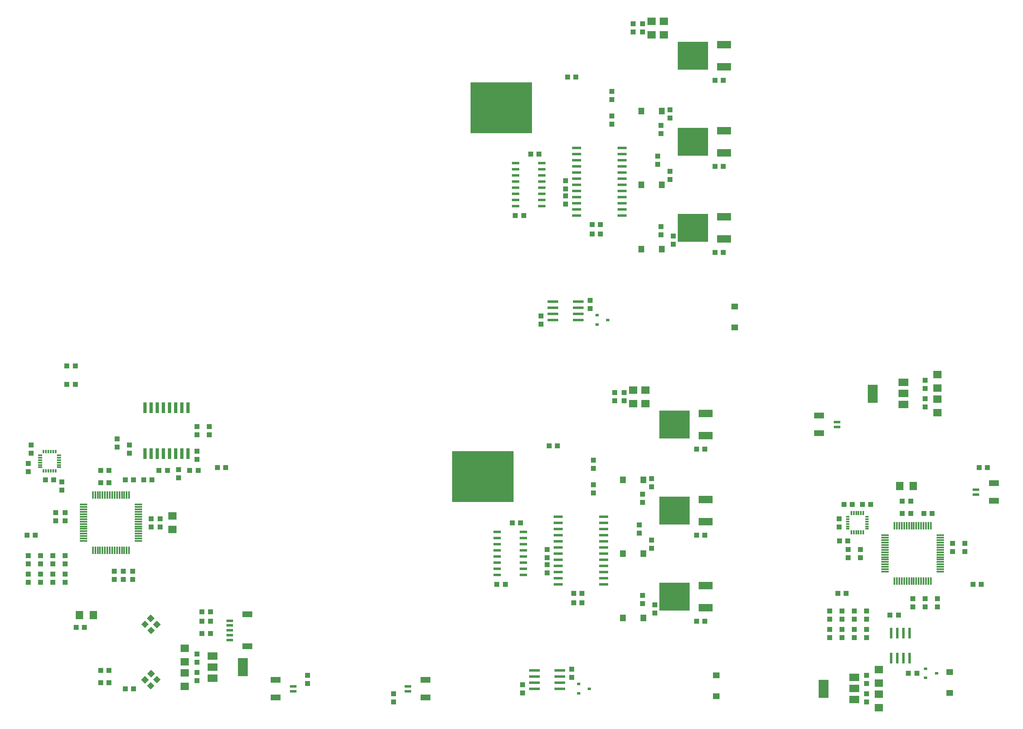
<source format=gtp>
G75*
G70*
%OFA0B0*%
%FSLAX24Y24*%
%IPPOS*%
%LPD*%
%AMOC8*
5,1,8,0,0,1.08239X$1,22.5*
%
%ADD10R,0.0591X0.0118*%
%ADD11R,0.0118X0.0591*%
%ADD12R,0.0433X0.0433*%
%ADD13R,0.0709X0.0630*%
%ADD14R,0.0394X0.0433*%
%ADD15R,0.0780X0.0210*%
%ADD16R,0.0500X0.0579*%
%ADD17R,0.1181X0.0630*%
%ADD18R,0.2470X0.2280*%
%ADD19R,0.0531X0.0236*%
%ADD20R,0.0787X0.0472*%
%ADD21R,0.0433X0.0433*%
%ADD22R,0.0630X0.0709*%
%ADD23R,0.0335X0.0138*%
%ADD24R,0.0138X0.0315*%
%ADD25R,0.0138X0.0335*%
%ADD26R,0.0315X0.0138*%
%ADD27R,0.0256X0.0236*%
%ADD28R,0.0579X0.0500*%
%ADD29R,0.0256X0.0886*%
%ADD30R,0.0610X0.0236*%
%ADD31R,0.0866X0.0236*%
%ADD32R,0.5000X0.4150*%
%ADD33R,0.0790X0.0590*%
%ADD34R,0.0790X0.1500*%
%ADD35R,0.0236X0.0866*%
D10*
X006357Y014578D03*
X006357Y014775D03*
X006357Y014972D03*
X006357Y015169D03*
X006357Y015365D03*
X006357Y015562D03*
X006357Y015759D03*
X006357Y015956D03*
X006357Y016153D03*
X006357Y016350D03*
X006357Y016546D03*
X006357Y016743D03*
X006357Y016940D03*
X006357Y017137D03*
X006357Y017334D03*
X006357Y017531D03*
X010845Y017531D03*
X010845Y017334D03*
X010845Y017137D03*
X010845Y016940D03*
X010845Y016743D03*
X010845Y016546D03*
X010845Y016350D03*
X010845Y016153D03*
X010845Y015956D03*
X010845Y015759D03*
X010845Y015562D03*
X010845Y015365D03*
X010845Y015169D03*
X010845Y014972D03*
X010845Y014775D03*
X010845Y014578D03*
X071607Y014637D03*
X071607Y014834D03*
X071607Y015031D03*
X071607Y014440D03*
X071607Y014243D03*
X071607Y014046D03*
X071607Y013850D03*
X071607Y013653D03*
X071607Y013456D03*
X071607Y013259D03*
X071607Y013062D03*
X071607Y012865D03*
X071607Y012669D03*
X071607Y012472D03*
X071607Y012275D03*
X071607Y012078D03*
X076095Y012078D03*
X076095Y012275D03*
X076095Y012472D03*
X076095Y012669D03*
X076095Y012865D03*
X076095Y013062D03*
X076095Y013259D03*
X076095Y013456D03*
X076095Y013653D03*
X076095Y013850D03*
X076095Y014046D03*
X076095Y014243D03*
X076095Y014440D03*
X076095Y014637D03*
X076095Y014834D03*
X076095Y015031D03*
D11*
X075327Y015798D03*
X075130Y015798D03*
X074933Y015798D03*
X074737Y015798D03*
X074540Y015798D03*
X074343Y015798D03*
X074146Y015798D03*
X073949Y015798D03*
X073752Y015798D03*
X073556Y015798D03*
X073359Y015798D03*
X073162Y015798D03*
X072965Y015798D03*
X072768Y015798D03*
X072571Y015798D03*
X072374Y015798D03*
X072374Y011310D03*
X072571Y011310D03*
X072768Y011310D03*
X072965Y011310D03*
X073162Y011310D03*
X073359Y011310D03*
X073556Y011310D03*
X073752Y011310D03*
X073949Y011310D03*
X074146Y011310D03*
X074343Y011310D03*
X074540Y011310D03*
X074737Y011310D03*
X074933Y011310D03*
X075130Y011310D03*
X075327Y011310D03*
X010077Y013810D03*
X009880Y013810D03*
X009683Y013810D03*
X009487Y013810D03*
X009290Y013810D03*
X009093Y013810D03*
X008896Y013810D03*
X008699Y013810D03*
X008502Y013810D03*
X008306Y013810D03*
X008109Y013810D03*
X007912Y013810D03*
X007715Y013810D03*
X007518Y013810D03*
X007321Y013810D03*
X007124Y013810D03*
X007124Y018298D03*
X007321Y018298D03*
X007518Y018298D03*
X007715Y018298D03*
X007912Y018298D03*
X008109Y018298D03*
X008306Y018298D03*
X008502Y018298D03*
X008699Y018298D03*
X008896Y018298D03*
X009093Y018298D03*
X009290Y018298D03*
X009487Y018298D03*
X009683Y018298D03*
X009880Y018298D03*
X010077Y018298D03*
D12*
X007766Y003054D03*
X008435Y003054D03*
X008435Y004054D03*
X007766Y004054D03*
X009766Y002554D03*
X010435Y002554D03*
X015601Y003220D03*
X015601Y003889D03*
X015601Y004720D03*
X015601Y005389D03*
X016016Y007054D03*
X016685Y007054D03*
X016685Y008054D03*
X016016Y008054D03*
X016016Y008804D03*
X016685Y008804D03*
X010351Y011450D03*
X010351Y012119D03*
X009601Y012119D03*
X009601Y011450D03*
X004851Y011220D03*
X004851Y011889D03*
X004851Y012720D03*
X003851Y012720D03*
X003851Y011889D03*
X003851Y011220D03*
X002851Y011220D03*
X002851Y011889D03*
X002851Y012720D03*
X001851Y012720D03*
X001851Y011889D03*
X001851Y011220D03*
X001851Y013389D03*
X002851Y013389D03*
X003851Y013389D03*
X004851Y013389D03*
X002435Y015054D03*
X001766Y015054D03*
X004101Y016220D03*
X004101Y016889D03*
X004851Y016889D03*
X004851Y016220D03*
X004601Y018720D03*
X004601Y019389D03*
X003935Y019554D03*
X003266Y019554D03*
X001851Y020220D03*
X001851Y020889D03*
X002101Y021720D03*
X002101Y022389D03*
X007766Y020304D03*
X008435Y020304D03*
X009766Y019554D03*
X010435Y019554D03*
X011266Y019554D03*
X011935Y019554D03*
X012516Y020304D03*
X013185Y020304D03*
X014101Y020389D03*
X014101Y019720D03*
X015016Y020304D03*
X015685Y020304D03*
X015601Y021220D03*
X015601Y021889D03*
X015601Y023220D03*
X015601Y023889D03*
X016601Y023889D03*
X016601Y023220D03*
X017266Y020554D03*
X017935Y020554D03*
X012601Y016389D03*
X011851Y016389D03*
X011851Y015720D03*
X012601Y015720D03*
X008435Y019304D03*
X007766Y019304D03*
X010101Y021720D03*
X010101Y022389D03*
X009101Y022220D03*
X009101Y022889D03*
X005685Y027304D03*
X005016Y027304D03*
X005016Y028804D03*
X005685Y028804D03*
X005766Y007554D03*
X006435Y007554D03*
X024601Y003639D03*
X024601Y002970D03*
X031601Y002139D03*
X031601Y001470D03*
X042101Y002220D03*
X042101Y002889D03*
X046101Y003470D03*
X046101Y004139D03*
X052851Y008720D03*
X052851Y009389D03*
X051851Y009470D03*
X051851Y010139D03*
X056266Y008054D03*
X056935Y008054D03*
X052601Y013970D03*
X052601Y014639D03*
X051601Y015220D03*
X051601Y015889D03*
X051851Y017720D03*
X051851Y018389D03*
X052601Y018970D03*
X052601Y019639D03*
X056266Y022054D03*
X056935Y022054D03*
X050351Y025970D03*
X050351Y026639D03*
X049601Y026639D03*
X049601Y025970D03*
X044935Y022304D03*
X044266Y022304D03*
X047851Y021139D03*
X047851Y020470D03*
X047851Y019139D03*
X047851Y018470D03*
X041935Y016054D03*
X041266Y016054D03*
X044101Y013889D03*
X044101Y013220D03*
X044101Y012639D03*
X044101Y011970D03*
X046266Y010304D03*
X046935Y010304D03*
X046935Y009554D03*
X046266Y009554D03*
X040685Y011054D03*
X040016Y011054D03*
X056266Y015054D03*
X056935Y015054D03*
X067101Y008889D03*
X067101Y008220D03*
X067101Y007389D03*
X067101Y006720D03*
X068101Y006720D03*
X068101Y007389D03*
X068101Y008220D03*
X068101Y008889D03*
X069101Y008889D03*
X069101Y008220D03*
X069101Y007389D03*
X069101Y006720D03*
X070101Y006720D03*
X070101Y007389D03*
X070101Y008220D03*
X070101Y008889D03*
X072016Y008554D03*
X072685Y008554D03*
X074851Y009220D03*
X074851Y009889D03*
X075851Y009889D03*
X075851Y009220D03*
X078766Y011054D03*
X079435Y011054D03*
X078101Y013720D03*
X078101Y014389D03*
X077101Y014389D03*
X077101Y013720D03*
X075435Y016804D03*
X074766Y016804D03*
X073685Y016804D03*
X073016Y016804D03*
X073016Y017804D03*
X073685Y017804D03*
X070435Y017554D03*
X069766Y017554D03*
X068935Y017554D03*
X068266Y017554D03*
X067851Y016389D03*
X067851Y015720D03*
X067896Y014574D03*
X068565Y014574D03*
X068601Y013889D03*
X068601Y013220D03*
X069601Y013220D03*
X069601Y013889D03*
X068435Y010304D03*
X067766Y010304D03*
X073516Y003804D03*
X074185Y003804D03*
X070101Y003639D03*
X070101Y002970D03*
X070101Y002139D03*
X070101Y001470D03*
X079266Y020554D03*
X079935Y020554D03*
X058435Y038054D03*
X057766Y038054D03*
X054351Y038720D03*
X054351Y039389D03*
X053351Y039470D03*
X053351Y040139D03*
X054101Y043970D03*
X054101Y044639D03*
X053101Y045220D03*
X053101Y045889D03*
X053351Y047720D03*
X053351Y048389D03*
X054101Y048970D03*
X054101Y049639D03*
X057766Y052054D03*
X058435Y052054D03*
X051851Y055970D03*
X051851Y056639D03*
X051101Y056639D03*
X051101Y055970D03*
X046435Y052304D03*
X045766Y052304D03*
X049351Y051139D03*
X049351Y050470D03*
X049351Y049139D03*
X049351Y048470D03*
X045601Y043889D03*
X045601Y043220D03*
X045601Y042639D03*
X045601Y041970D03*
X047766Y040304D03*
X048435Y040304D03*
X048435Y039554D03*
X047766Y039554D03*
X042185Y041054D03*
X041516Y041054D03*
X042766Y046054D03*
X043435Y046054D03*
X057766Y045054D03*
X058435Y045054D03*
X047601Y034139D03*
X047601Y033470D03*
X043601Y032889D03*
X043601Y032220D03*
D13*
X051101Y026856D03*
X052101Y026856D03*
X052101Y025753D03*
X051101Y025753D03*
X075851Y026106D03*
X075851Y027003D03*
X075851Y028106D03*
X075851Y025003D03*
X071101Y004106D03*
X071101Y003003D03*
X071101Y002106D03*
X071101Y001003D03*
X014601Y002753D03*
X014601Y003856D03*
X014601Y004753D03*
X014601Y005856D03*
X013601Y015503D03*
X013601Y016606D03*
X052601Y055753D03*
X053601Y055753D03*
X053601Y056856D03*
X052601Y056856D03*
D14*
X074851Y027639D03*
X074851Y026970D03*
X074851Y026139D03*
X074851Y025470D03*
X073851Y009889D03*
X073851Y009220D03*
X008851Y011450D03*
X008851Y012119D03*
D15*
X045006Y012054D03*
X045006Y011554D03*
X045006Y011054D03*
X045006Y012554D03*
X045006Y013054D03*
X045006Y013554D03*
X045006Y014054D03*
X045006Y014554D03*
X045006Y015054D03*
X045006Y015554D03*
X045006Y016054D03*
X045006Y016554D03*
X048696Y016554D03*
X048696Y016054D03*
X048696Y015554D03*
X048696Y015054D03*
X048696Y014554D03*
X048696Y014054D03*
X048696Y013554D03*
X048696Y013054D03*
X048696Y012554D03*
X048696Y012054D03*
X048696Y011554D03*
X048696Y011054D03*
X050196Y041054D03*
X050196Y041554D03*
X050196Y042054D03*
X050196Y042554D03*
X050196Y043054D03*
X050196Y043554D03*
X050196Y044054D03*
X050196Y044554D03*
X050196Y045054D03*
X050196Y045554D03*
X050196Y046054D03*
X050196Y046554D03*
X046506Y046554D03*
X046506Y046054D03*
X046506Y045554D03*
X046506Y045054D03*
X046506Y044554D03*
X046506Y044054D03*
X046506Y043554D03*
X046506Y043054D03*
X046506Y042554D03*
X046506Y042054D03*
X046506Y041554D03*
X046506Y041054D03*
D16*
X051754Y043554D03*
X053447Y043554D03*
X053447Y038304D03*
X051754Y038304D03*
X051754Y049554D03*
X053447Y049554D03*
X051947Y019554D03*
X050254Y019554D03*
X050254Y013554D03*
X051947Y013554D03*
X051947Y008304D03*
X050254Y008304D03*
D17*
X057011Y009154D03*
X057011Y010954D03*
X057011Y016154D03*
X057011Y017954D03*
X057011Y023154D03*
X057011Y024954D03*
X058511Y039154D03*
X058511Y040954D03*
X058511Y046154D03*
X058511Y047954D03*
X058511Y053154D03*
X058511Y054954D03*
D18*
X055976Y054054D03*
X055976Y047054D03*
X055976Y040054D03*
X054476Y024054D03*
X054476Y017054D03*
X054476Y010054D03*
D19*
X067691Y023857D03*
X067691Y024251D03*
X079010Y018751D03*
X079010Y018357D03*
X032760Y002751D03*
X032760Y002357D03*
X023441Y002357D03*
X023441Y002751D03*
X018260Y006517D03*
X018260Y006911D03*
X018260Y007304D03*
X018260Y007698D03*
X018260Y008092D03*
D20*
X019707Y008604D03*
X019707Y006005D03*
X021994Y003263D03*
X021994Y001846D03*
X034207Y001846D03*
X034207Y003263D03*
X066244Y023346D03*
X066244Y024763D03*
X080457Y019263D03*
X080457Y017846D03*
D21*
G36*
X012642Y007791D02*
X012337Y007486D01*
X012032Y007791D01*
X012337Y008096D01*
X012642Y007791D01*
G37*
G36*
X012169Y007318D02*
X011864Y007013D01*
X011559Y007318D01*
X011864Y007623D01*
X012169Y007318D01*
G37*
G36*
X011669Y007818D02*
X011364Y007513D01*
X011059Y007818D01*
X011364Y008123D01*
X011669Y007818D01*
G37*
G36*
X012142Y008291D02*
X011837Y007986D01*
X011532Y008291D01*
X011837Y008596D01*
X012142Y008291D01*
G37*
G36*
X011864Y003486D02*
X011559Y003791D01*
X011864Y004096D01*
X012169Y003791D01*
X011864Y003486D01*
G37*
G36*
X012337Y003013D02*
X012032Y003318D01*
X012337Y003623D01*
X012642Y003318D01*
X012337Y003013D01*
G37*
G36*
X011837Y002513D02*
X011532Y002818D01*
X011837Y003123D01*
X012142Y002818D01*
X011837Y002513D01*
G37*
G36*
X011364Y002986D02*
X011059Y003291D01*
X011364Y003596D01*
X011669Y003291D01*
X011364Y002986D01*
G37*
D22*
X007152Y008554D03*
X006050Y008554D03*
X072800Y019054D03*
X073902Y019054D03*
D23*
X004378Y020562D03*
X004378Y020759D03*
X004378Y020956D03*
X004378Y021153D03*
X004378Y021350D03*
X004378Y021546D03*
X002823Y021546D03*
X002823Y021350D03*
X002823Y021153D03*
X002823Y020956D03*
X002823Y020759D03*
X002823Y020562D03*
D24*
X003109Y020267D03*
X003306Y020267D03*
X003502Y020267D03*
X003699Y020267D03*
X003896Y020267D03*
X004093Y020267D03*
X004093Y021842D03*
X003896Y021842D03*
X003699Y021842D03*
X003502Y021842D03*
X003306Y021842D03*
X003109Y021842D03*
D25*
X068859Y016832D03*
X069056Y016832D03*
X069252Y016832D03*
X069449Y016832D03*
X069646Y016832D03*
X069843Y016832D03*
X069843Y015277D03*
X069646Y015277D03*
X069449Y015277D03*
X069252Y015277D03*
X069056Y015277D03*
X068859Y015277D03*
D26*
X068563Y015562D03*
X068563Y015759D03*
X068563Y015956D03*
X068563Y016153D03*
X068563Y016350D03*
X068563Y016546D03*
X070138Y016546D03*
X070138Y016350D03*
X070138Y016153D03*
X070138Y015956D03*
X070138Y015759D03*
X070138Y015562D03*
D27*
X074908Y004178D03*
X074908Y003430D03*
X075794Y003804D03*
X047544Y002554D03*
X046658Y002180D03*
X046658Y002928D03*
X048158Y032180D03*
X048158Y032928D03*
X049044Y032554D03*
D28*
X059351Y031958D03*
X059351Y033651D03*
X057851Y003651D03*
X057851Y001958D03*
X076851Y002208D03*
X076851Y003901D03*
D29*
X014851Y021684D03*
X014351Y021684D03*
X013851Y021684D03*
X013351Y021684D03*
X012851Y021684D03*
X012351Y021684D03*
X011851Y021684D03*
X011351Y021684D03*
X011351Y025424D03*
X011851Y025424D03*
X012351Y025424D03*
X012851Y025424D03*
X013351Y025424D03*
X013851Y025424D03*
X014351Y025424D03*
X014851Y025424D03*
D30*
X040038Y015304D03*
X040038Y014804D03*
X040038Y014304D03*
X040038Y013804D03*
X040038Y013304D03*
X040038Y012804D03*
X040038Y012304D03*
X040038Y011804D03*
X042164Y011804D03*
X042164Y012304D03*
X042164Y012804D03*
X042164Y013304D03*
X042164Y013804D03*
X042164Y014304D03*
X042164Y014804D03*
X042164Y015304D03*
X041538Y041804D03*
X041538Y042304D03*
X041538Y042804D03*
X041538Y043304D03*
X041538Y043804D03*
X041538Y044304D03*
X041538Y044804D03*
X041538Y045304D03*
X043664Y045304D03*
X043664Y044804D03*
X043664Y044304D03*
X043664Y043804D03*
X043664Y043304D03*
X043664Y042804D03*
X043664Y042304D03*
X043664Y041804D03*
D31*
X044577Y034054D03*
X044577Y033554D03*
X044577Y033054D03*
X044577Y032554D03*
X046624Y032554D03*
X046624Y033054D03*
X046624Y033554D03*
X046624Y034054D03*
X045124Y004054D03*
X045124Y003554D03*
X045124Y003054D03*
X045124Y002554D03*
X043077Y002554D03*
X043077Y003054D03*
X043077Y003554D03*
X043077Y004054D03*
D32*
X038881Y019804D03*
X040381Y049804D03*
D33*
X073091Y027464D03*
X073091Y026564D03*
X073091Y025664D03*
X069091Y003464D03*
X069091Y002564D03*
X069091Y001664D03*
X016861Y003394D03*
X016861Y004294D03*
X016861Y005194D03*
D34*
X019341Y004304D03*
X066611Y002554D03*
X070611Y026554D03*
D35*
X072101Y007078D03*
X072601Y007078D03*
X073101Y007078D03*
X073601Y007078D03*
X073601Y005031D03*
X073101Y005031D03*
X072601Y005031D03*
X072101Y005031D03*
M02*

</source>
